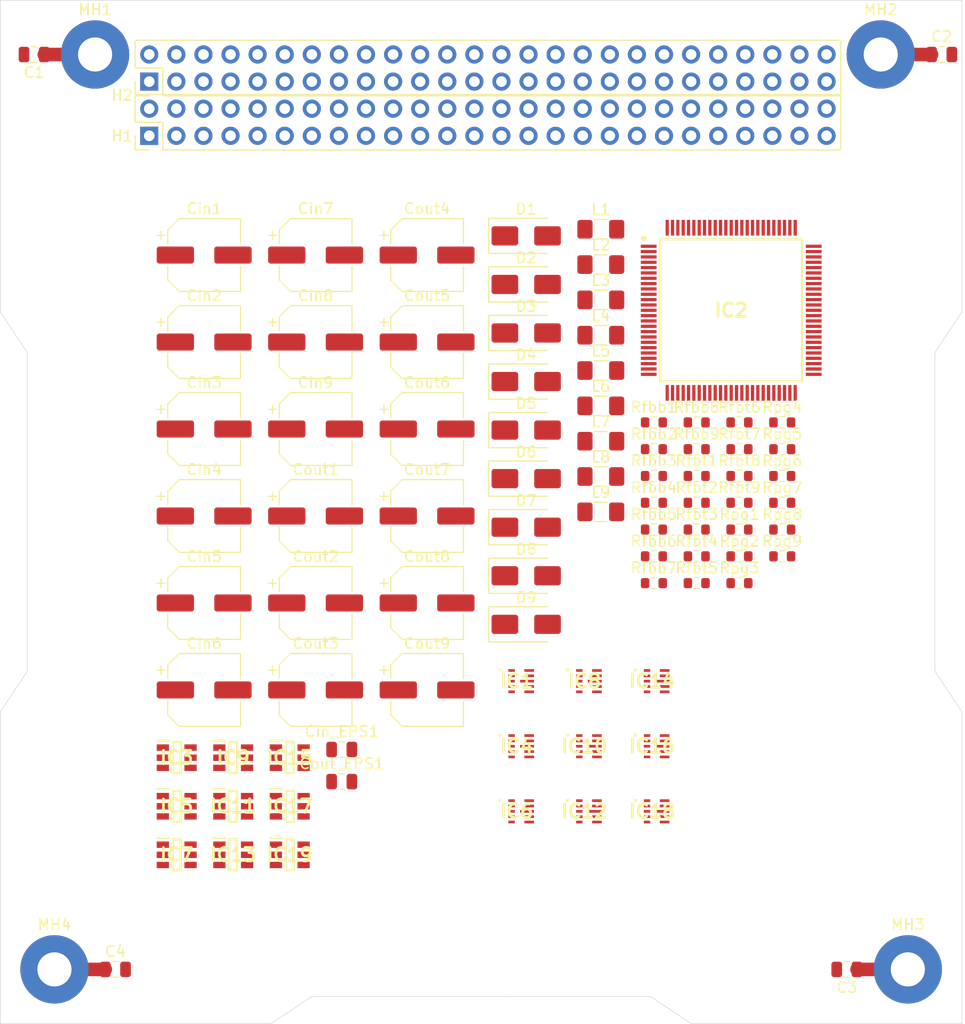
<source format=kicad_pcb>
(kicad_pcb (version 20241229) (generator "pcbnew") (generator_version "9.0")
  (layers (0 "F.Cu" signal) (2 "B.Cu" signal) (13 "F.Paste" user) (15 "B.Paste" user) (5 "F.SilkS" user "F.Silkscreen") (7 "B.SilkS" user "B.Silkscreen") (1 "F.Mask" user) (3 "B.Mask" user) (25 "Edge.Cuts" user))
  (net 0 "")
  (net 1 "GND")
  (net 2 "Net-(C1-Pad1)")
  (net 3 "Net-(C2-Pad1)")
  (net 4 "Net-(C3-Pad1)")
  (net 5 "Net-(C4-Pad1)")
  (net 6 "TX1{slash}GP1")
  (net 7 "RX2{slash}GP7")
  (net 8 "TX2{slash}GP8")
  (net 9 "GP15{slash}A1{slash}RX3")
  (net 10 "GP21{slash}A7{slash}RX5")
  (net 11 "CS{slash}GP10")
  (net 12 "CS{slash}GP37")
  (net 13 "CS{slash}GP36")
  (net 14 "SW1")
  (net 15 "SW2")
  (net 16 "SW3")
  (net 17 "SW4")
  (net 18 "SW5")
  (net 19 "SW6")
  (net 20 "SW7")
  (net 21 "SW8")
  (net 22 "SW9")
  (net 23 "SW10")
  (net 24 "SW11")
  (net 25 "SW12")
  (net 26 "PCM_IN")
  (net 27 "BCR_OUT")
  (net 28 "Vin_EPS")
  (net 29 "Net-(D2-A)")
  (net 30 "Vout_EPS")
  (net 31 "GP41{slash}A17")
  (net 32 "MISO1")
  (net 34 "RX1{slash}GP0")
  (net 35 "MISO0")
  (net 38 "GP32")
  (net 39 "SDA0")
  (net 40 "GP23{slash}A9")
  (net 41 "GP20{slash}A6{slash}TX5")
  (net 42 "CRX3{slash}GP30")
  (net 43 "5VIN")
  (net 45 "RX8{slash}GP34")
  (net 46 "MOSI0")
  (net 47 "RX7{slash}GP28")
  (net 48 "GP40{slash}A16")
  (net 49 "GP4")
  (net 50 "GP14{slash}A0{slash}TX3")
  (net 51 "SDA1")
  (net 54 "SCL1")
  (net 55 "SCL2")
  (net 56 "SCK1")
  (net 58 "SCL0")
  (net 59 "MOSI1")
  (net 60 "GP33")
  (net 62 "TX8{slash}GP35")
  (net 63 "SCK0")
  (net 64 "GP3")
  (net 65 "GP2")
  (net 66 "CTX3{slash}GP31")
  (net 67 "TX7{slash}GP29")
  (net 68 "GP9")
  (net 69 "GP39{slash}A15")
  (net 70 "SDA2")
  (net 71 "GP5")
  (net 72 "GP6")
  (net 73 "GP38{slash}A14")
  (net 74 "GP22{slash}A8")
  (net 78 "+3V3")
  (net 81 "+5V")
  (net 87 "+BATT")
  (net 100 "Net-(IC1-L1)")
  (net 101 "Net-(IC1-PG)")
  (net 102 "Net-(IC1-FB)")
  (net 103 "Net-(IC1-L2)")
  (net 187 "Net-(D2-K)")
  (net 188 "Net-(D1-A)")
  (net 189 "Net-(D3-A)")
  (net 190 "Net-(D4-A)")
  (net 191 "Net-(D5-A)")
  (net 192 "Net-(D6-A)")
  (net 193 "Net-(D7-A)")
  (net 194 "Net-(D8-A)")
  (net 195 "Net-(D9-A)")
  (net 196 "Net-(D1-K)")
  (net 197 "Net-(D3-K)")
  (net 198 "Net-(D4-K)")
  (net 199 "Net-(D5-K)")
  (net 200 "Net-(D6-K)")
  (net 201 "Net-(D7-K)")
  (net 202 "Net-(D8-K)")
  (net 203 "Net-(D9-K)")
  (net 204 "/FLAG_8")
  (net 205 "/FLAG_0")
  (net 206 "/EN_0")
  (net 207 "/EN_7")
  (net 208 "/FLAG_1")
  (net 209 "/EN_2")
  (net 210 "/FLAG_4")
  (net 211 "/EN_5")
  (net 212 "/EN_6")
  (net 213 "/EN_8")
  (net 214 "/FLAG_6")
  (net 215 "/EN_3")
  (net 216 "/EN_4")
  (net 217 "/FLAG_2")
  (net 218 "/FLAG_5")
  (net 219 "/FLAG_3")
  (net 220 "/FLAG_7")
  (net 221 "/EN_1")
  (net 222 "Net-(IC4-FB)")
  (net 223 "Net-(IC4-PG)")
  (net 224 "Net-(IC4-L1)")
  (net 225 "Net-(IC4-L2)")
  (net 227 "Net-(IC6-L1)")
  (net 228 "Net-(IC6-PG)")
  (net 229 "Net-(IC6-L2)")
  (net 230 "Net-(IC6-FB)")
  (net 232 "Net-(IC8-L1)")
  (net 233 "Net-(IC8-L2)")
  (net 234 "Net-(IC8-FB)")
  (net 235 "Net-(IC8-PG)")
  (net 237 "Net-(IC10-FB)")
  (net 238 "Net-(IC10-L2)")
  (net 239 "Net-(IC10-L1)")
  (net 240 "Net-(IC10-PG)")
  (net 242 "Net-(IC12-PG)")
  (net 243 "Net-(IC12-L1)")
  (net 244 "Net-(IC12-FB)")
  (net 245 "Net-(IC12-L2)")
  (net 247 "Net-(IC14-PG)")
  (net 248 "Net-(IC14-L2)")
  (net 249 "Net-(IC14-L1)")
  (net 250 "Net-(IC14-FB)")
  (net 252 "Net-(IC16-L1)")
  (net 253 "Net-(IC16-L2)")
  (net 254 "Net-(IC16-FB)")
  (net 255 "Net-(IC16-PG)")
  (net 257 "Net-(IC18-PG)")
  (net 258 "Net-(IC18-FB)")
  (net 259 "Net-(IC18-L1)")
  (net 260 "Net-(IC18-L2)")
  (footprint "Capacitor_SMD:C_0805_2012Metric" (layer "F.Cu") (at 104.775 55.885 180)
    (property "Reference" "C1")
    (property "Value" "0.1uF")
  )
  (footprint "Capacitor_SMD:C_0805_2012Metric" (layer "F.Cu") (at 189.865 55.885)
    (property "Reference" "C2")
    (property "Value" "0.1uF")
  )
  (footprint "Capacitor_SMD:C_0805_2012Metric" (layer "F.Cu") (at 180.975 141.61 180)
    (property "Reference" "C3")
    (property "Value" "0.1uF")
  )
  (footprint "Capacitor_SMD:C_0805_2012Metric" (layer "F.Cu") (at 112.395 141.61)
    (property "Reference" "C4")
    (property "Value" "0.1uF")
  )
  (footprint "Connector_PinHeader_2.54mm:PinHeader_2x26_P2.54mm_Vertical" (layer "F.Cu") (at 115.57 63.5 90)
    (property "Reference" "H1")
    (property "Value" "Stack Header")
  )
  (footprint "Connector_PinHeader_2.54mm:PinHeader_2x26_P2.54mm_Vertical" (layer "F.Cu") (at 115.57 58.42 90)
    (property "Reference" "H2")
    (property "Value" "Stack Header")
  )
  (footprint "MountingHole:MountingHole_3.2mm_M3_Pad" (layer "F.Cu") (at 110.49 55.88)
    (property "Reference" "MH1")
    (property "Value" "M3")
  )
  (footprint "MountingHole:MountingHole_3.2mm_M3_Pad" (layer "F.Cu") (at 184.15 55.88)
    (property "Reference" "MH2")
    (property "Value" "M3")
  )
  (footprint "MountingHole:MountingHole_3.2mm_M3_Pad" (layer "F.Cu") (at 186.69 141.61)
    (property "Reference" "MH3")
    (property "Value" "M3")
  )
  (footprint "MountingHole:MountingHole_3.2mm_M3_Pad" (layer "F.Cu") (at 106.68 141.61)
    (property "Reference" "MH4")
    (property "Value" "M3")
  )
  (footprint "SamacSys_Parts:TPS63802DLAT" (layer "F.Cu") (at 156.79 114.601)
    (property "Reference" "IC8")
    (property "Value" "TPS63802DLAT" (hide yes))
  )
  (footprint "Resistor_SMD:R_0603_1608Metric" (layer "F.Cu") (at 166.895 97.886)
    (property "Reference" "Rfbt2")
    (property "Value" "511000")
  )
  (footprint "micro:SOT95P280X100-6N" (layer "F.Cu") (at 123.44 126.326)
    (property "Reference" "IC11")
    (property "Value" "MP62551DJ-LF-Z" (hide yes))
  )
  (footprint "Capacitor_SMD:CP_Elec_6.3x4.5" (layer "F.Cu") (at 120.715 90.976)
    (property "Reference" "Cin3")
    (property "Value" "22uF")
  )
  (footprint "Inductor_SMD:L_1206_3216Metric_Pad1.42x1.75mm_HandSolder" (layer "F.Cu") (at 157.905 88.806)
    (property "Reference" "L6")
    (property "Value" "470nH")
  )
  (footprint "Resistor_SMD:R_0603_1608Metric" (layer "F.Cu") (at 170.905 90.356)
    (property "Reference" "Rfbt6")
    (property "Value" "511000")
  )
  (footprint "Resistor_SMD:R_0603_1608Metric" (layer "F.Cu") (at 162.885 90.356)
    (property "Reference" "Rfbb1")
    (property "Value" "91000")
  )
  (footprint "SamacSys_Parts:TPS63802DLAT" (layer "F.Cu") (at 150.44 114.601)
    (property "Reference" "IC1")
    (property "Value" "TPS63802DLAT" (hide yes))
  )
  (footprint "SamacSys_Parts:TPS63802DLAT" (layer "F.Cu") (at 163.14 120.701)
    (property "Reference" "IC16")
    (property "Value" "TPS63802DLAT" (hide yes))
  )
  (footprint "Resistor_SMD:R_0603_1608Metric" (layer "F.Cu") (at 170.905 105.416)
    (property "Reference" "Rpg3")
    (property "Value" "100000")
  )
  (footprint "Resistor_SMD:R_0603_1608Metric" (layer "F.Cu") (at 162.885 92.866)
    (property "Reference" "Rfbb2")
    (property "Value" "91000")
  )
  (footprint "Capacitor_SMD:CP_Elec_6.3x4.5" (layer "F.Cu") (at 141.615 107.276)
    (property "Reference" "Cout8")
    (property "Value" "22uF")
  )
  (footprint "micro:SOT95P280X100-6N" (layer "F.Cu") (at 118.14 121.776)
    (property "Reference" "IC3")
    (property "Value" "MP62551DJ-LF-Z" (hide yes))
  )
  (footprint "micro:SOT95P280X100-6N" (layer "F.Cu") (at 128.74 130.876)
    (property "Reference" "IC19")
    (property "Value" "MP62551DJ-LF-Z" (hide yes))
  )
  (footprint "Diode_SMD:D_SMA" (layer "F.Cu") (at 150.91 91.076)
    (property "Reference" "D5")
    (property "Value" "SS14")
  )
  (footprint "Diode_SMD:D_SMA" (layer "F.Cu") (at 150.91 81.976)
    (property "Reference" "D3")
    (property "Value" "SS14")
  )
  (footprint "Capacitor_SMD:CP_Elec_6.3x4.5" (layer "F.Cu") (at 131.165 115.426)
    (property "Reference" "Cout3")
    (property "Value" "22uF")
  )
  (footprint "Diode_SMD:D_SMA" (layer "F.Cu") (at 150.91 104.726)
    (property "Reference" "D8")
    (property "Value" "SS14")
  )
  (footprint "Resistor_SMD:R_0603_1608Metric" (layer "F.Cu") (at 162.885 105.416)
    (property "Reference" "Rfbb7")
    (property "Value" "91000")
  )
  (footprint "Inductor_SMD:L_1206_3216Metric_Pad1.42x1.75mm_HandSolder" (layer "F.Cu") (at 157.905 75.566)
    (property "Reference" "L2")
    (property "Value" "470nH")
  )
  (footprint "Resistor_SMD:R_0603_1608Metric" (layer "F.Cu") (at 174.915 97.886)
    (property "Reference" "Rpg7")
    (property "Value" "100000")
  )
  (footprint "Diode_SMD:D_SMA" (layer "F.Cu") (at 150.91 77.426)
    (property "Reference" "D2")
    (property "Value" "SS14")
  )
  (footprint "Capacitor_SMD:CP_Elec_6.3x4.5" (layer "F.Cu") (at 131.165 82.826)
    (property "Reference" "Cin8")
    (property "Value" "22uF")
  )
  (footprint "Resistor_SMD:R_0603_1608Metric" (layer "F.Cu") (at 162.885 100.396)
    (property "Reference" "Rfbb5")
    (property "Value" "91000")
  )
  (footprint "Resistor_SMD:R_0603_1608Metric" (layer "F.Cu") (at 166.895 102.906)
    (property "Reference" "Rfbt4")
    (property "Value" "511000")
  )
  (footprint "Resistor_SMD:R_0603_1608Metric" (layer "F.Cu") (at 174.915 92.866)
    (property "Reference" "Rpg5")
    (property "Value" "100000")
  )
  (footprint "Resistor_SMD:R_0603_1608Metric" (layer "F.Cu") (at 166.895 90.356)
    (property "Reference" "Rfbb8")
    (property "Value" "91000")
  )
  (footprint "Capacitor_SMD:CP_Elec_6.3x4.5" (layer "F.Cu") (at 120.715 99.126)
    (property "Reference" "Cin4")
    (property "Value" "22uF")
  )
  (footprint "Capacitor_SMD:CP_Elec_6.3x4.5" (layer "F.Cu") (at 141.615 82.826)
    (property "Reference" "Cout5")
    (property "Value" "22uF")
  )
  (footprint "SamacSys_Parts:TPS63802DLAT" (layer "F.Cu") (at 150.44 120.701)
    (property "Reference" "IC4")
    (property "Value" "TPS63802DLAT" (hide yes))
  )
  (footprint "Capacitor_SMD:CP_Elec_6.3x4.5" (layer "F.Cu") (at 131.165 99.126)
    (property "Reference" "Cout1")
    (property "Value" "22uF")
  )
  (footprint "micro:SOT95P280X100-6N" (layer "F.Cu") (at 123.44 121.776)
    (property "Reference" "IC9")
    (property "Value" "MP62551DJ-LF-Z" (hide yes))
  )
  (footprint "SamacSys_Parts:TPS63802DLAT" (layer "F.Cu") (at 156.79 126.801)
    (property "Reference" "IC12")
    (property "Value" "TPS63802DLAT" (hide yes))
  )
  (footprint "SamacSys_Parts:TPS63802DLAT" (layer "F.Cu") (at 150.44 126.801)
    (property "Reference" "IC6")
    (property "Value" "TPS63802DLAT" (hide yes))
  )
  (footprint "Resistor_SMD:R_0603_1608Metric" (layer "F.Cu") (at 174.915 102.906)
    (property "Reference" "Rpg9")
    (property "Value" "100000")
  )
  (footprint "Resistor_SMD:R_0603_1608Metric" (layer "F.Cu") (at 166.895 105.416)
    (property "Reference" "Rfbt5")
    (property "Value" "511000")
  )
  (footprint "micro:SOT95P280X100-6N" (layer "F.Cu") (at 123.44 130.876)
    (property "Reference" "IC13")
    (property "Value" "MP62551DJ-LF-Z" (hide yes))
  )
  (footprint "SamacSys_Parts:TPS63802DLAT" (layer "F.Cu") (at 163.14 114.601)
    (property "Reference" "IC14")
    (property "Value" "TPS63802DLAT" (hide yes))
  )
  (footprint "Resistor_SMD:R_0603_1608Metric" (layer "F.Cu") (at 162.885 95.376)
    (property "Reference" "Rfbb3")
    (property "Value" "91000")
  )
  (footprint "Capacitor_SMD:CP_Elec_6.3x4.5" (layer "F.Cu") (at 120.715 82.826)
    (property "Reference" "Cin2")
    (property "Value" "22uF")
  )
  (footprint "micro:SOT95P280X100-6N" (layer "F.Cu") (at 118.14 126.326)
    (property "Reference" "IC5")
    (property "Value" "MP62551DJ-LF-Z" (hide yes))
  )
  (footprint "Diode_SMD:D_SMA" (layer "F.Cu") (at 150.91 72.876)
    (property "Reference" "D1")
    (property "Value" "SS14")
  )
  (footprint "Inductor_SMD:L_1206_3216Metric_Pad1.42x1.75mm_HandSolder" (layer "F.Cu") (at 157.905 78.876)
    (property "Reference" "L3")
    (property "Value" "470nH")
  )
  (footprint "Capacitor_SMD:CP_Elec_6.3x4.5" (layer "F.Cu") (at 131.165 74.676)
    (property "Reference" "Cin7")
    (property "Value" "22uF")
  )
  (footprint "Diode_SMD:D_SMA" (layer "F.Cu") (at 150.91 86.526)
    (property "Reference" "D4")
    (property "Value" "SS14")
  )
  (footprint "Resistor_SMD:R_0603_1608Metric" (layer "F.Cu") (at 162.885 97.886)
    (property "Reference" "Rfbb4")
    (property "Value" "91000")
  )
  (footprint "Resistor_SMD:R_0603_1608Metric" (layer "F.Cu") (at 162.885 102.906)
    (property "Reference" "Rfbb6")
    (property "Value" "91000")
  )
  (footprint "micro:SOT95P280X100-6N" (layer "F.Cu") (at 128.74 126.326)
    (property "Reference" "IC17")
    (property "Value" "MP62551DJ-LF-Z" (hide yes))
  )
  (footprint "Resistor_SMD:R_0603_1608Metric" (layer "F.Cu") (at 170.905 97.886)
    (property "Reference" "Rfbt9")
    (property "Value" "511000")
  )
  (footprint "Capacitor_SMD:C_0805_2012Metric" (layer "F.Cu") (at 133.615 121.006)
    (property "Reference" "Cin_EPS1")
    (property "Value" "10uF")
  )
  (footprint "Diode_SMD:D_SMA" (layer "F.Cu") (at 150.91 95.626)
    (property "Reference" "D6")
    (property "Value" "SS14")
  )
  (footprint "SamacSys_Parts:TPS63802DLAT" (layer "F.Cu") (at 156.79 120.701)
    (property "Reference" "IC10")
    (property "Value" "TPS63802DLAT" (hide yes))
  )
  (footprint "Capacitor_SMD:CP_Elec_6.3x4.5" (layer "F.Cu") (at 120.715 107.276)
    (property "Reference" "Cin5")
    (property "Value" "22uF")
  )
  (footprint "micro:QFP50P1600X1600X160-100N" (layer "F.Cu") (at 170.13 79.851)
    (property "Reference" "IC2")
    (property "Value" "STM32G474VET6" (hide yes))
  )
  (footprint "Capacitor_SMD:CP_Elec_6.3x4.5" (layer "F.Cu") (at 141.615 99.126)
    (property "Reference" "Cout7")
    (property "Value" "22uF")
  )
  (footprint "Inductor_SMD:L_1206_3216Metric_Pad1.42x1.75mm_HandSolder" (layer "F.Cu") (at 157.905 92.116)
    (property "Reference" "L7")
    (property "Value" "470nH")
  )
  (footprint "Resistor_SMD:R_0603_1608Metric" (layer "F.Cu") (at 170.905 95.376)
    (property "Reference" "Rfbt8")
    (property "Value" "511000")
  )
  (footprint "Resistor_SMD:R_0603_1608Metric" (layer "F.Cu") (at 166.895 95.376)
    (property "Reference" "Rfbt1")
    (property "Value" "511000")
  )
  (footprint "Capacitor_SMD:CP_Elec_6.3x4.5" (layer "F.Cu") (at 120.715 74.676)
    (property "Reference" "Cin1")
    (property "Value" "22uF")
  )
  (footprint "Diode_SMD:D_SMA" (layer "F.Cu") (at 150.91 109.276)
    (property "Reference" "D9")
    (property "Value" "SS14")
  )
  (footprint "Capacitor_SMD:CP_Elec_6.3x4.5" (layer "F.Cu") (at 120.715 115.426)
    (property "Reference" "Cin6")
    (property "Value" "22uF")
  )
  (footprint "Resistor_SMD:R_0603_1608Metric" (layer "F.Cu") (at 170.905 102.906)
    (property "Reference" "Rpg2")
    (property "Value" "100000")
  )
  (footprint "Capacitor_SMD:C_0805_2012Metric" (layer "F.Cu") (at 133.615 124.016)
    (property "Reference" "Cout_EPS1")
    (property "Value" "10uF")
  )
  (footprint "Inductor_SMD:L_1206_3216Metric_Pad1.42x1.75mm_HandSolder" (layer "F.Cu") (at 157.905 72.256)
    (property "Reference" "L1")
    (property "Value" "470nH")
  )
  (footprint "Resistor_SMD:R_0603_1608Metric" (layer "F.Cu") (at 170.905 100.396)
    (property "Reference" "Rpg1")
    (property "Value" "100000")
  )
  (footprint "Inductor_SMD:L_1206_3216Metric_Pad1.42x1.75mm_HandSolder" (layer "F.Cu") (at 157.905 98.736)
    (property "Reference" "L9")
    (property "Value" "470nH")
  )
  (footprint "Resistor_SMD:R_0603_1608Metric" (layer "F.Cu") (at 170.905 92.866)
    (property "Reference" "Rfbt7")
    (property "Value" "511000")
  )
  (footprint "Resistor_SMD:R_0603_1608Metric" (layer "F.Cu") (at 174.915 90.356)
    (property "Reference" "Rpg4")
    (property "Value" "100000")
  )
  (footprint "Inductor_SMD:L_1206_3216Metric_Pad1.42x1.75mm_HandSolder" (layer "F.Cu") (at 157.905 82.186)
    (property "Reference" "L4")
    (property "Value" "470nH")
  )
  (footprint "Capacitor_SMD:CP_Elec_6.3x4.5" (layer "F.Cu") (at 141.615 74.676)
    (property "Reference" "Cout4")
    (property "Value" "22uF")
  )
  (footprint "micro:SOT95P280X100-6N" (layer "F.Cu") (at 128.74 121.776)
    (property "Reference" "IC15")
    (property "Value" "MP62551DJ-LF-Z" (hide yes))
  )
  (footprint "Diode_SMD:D_SMA" (layer "F.Cu") (at 150.91 100.176)
    (property "Reference" "D7")
    (property "Value" "SS14")
  )
  (footprint "Capacitor_SMD:CP_Elec_6.3x4.5" (layer "F.Cu") (at 131.165 90.976)
    (property "Reference" "Cin9")
    (property "Value" "22uF")
  )
  (footprint "Capacitor_SMD:CP_Elec_6.3x4.5" (layer "F.Cu") (at 141.615 115.426)
    (property "Reference" "Cout9")
    (property "Value" "22uF")
  )
  (footprint "SamacSys_Parts:TPS63802DLAT" (layer "F.Cu") (at 163.14 126.801)
    (property "Reference" "IC18")
    (property "Value" "TPS63802DLAT" (hide yes))
  )
  (footprint "Capacitor_SMD:CP_Elec_6.3x4.5" (layer "F.Cu") (at 141.615 90.976)
    (property "Reference" "Cout6")
    (property "Value" "22uF")
  )
  (footprint "Resistor_SMD:R_0603_1608Metric" (layer "F.Cu") (at 166.895 92.866)
    (property "Reference" "Rfbb9")
    (property "Value" "91000")
  )
  (footprint "Resistor_SMD:R_0603_1608Metric" (layer "F.Cu") (at 166.895 100.396)
    (property "Reference" "Rfbt3")
    (property "Value" "511000")
  )
  (footprint "Resistor_SMD:R_0603_1608Metric" (layer "F.Cu") (at 174.915 95.376)
    (property "Reference" "Rpg6")
    (property "Value" "100000")
  )
  (footprint "micro:SOT95P280X100-6N" (layer "F.Cu") (at 118.14 130.876)
    (property "Reference" "IC7")
    (property "Value" "MP62551DJ-LF-Z" (hide yes))
  )
  (footprint "Inductor_SMD:L_1206_3216Metric_Pad1.42x1.75mm_HandSolder" (layer "F.Cu") (at 157.905 85.496)
    (property "Reference" "L5")
    (property "Value" "470nH")
  )
  (footprint "Resistor_SMD:R_0603_1608Metric" (layer "F.Cu") (at 174.915 100.396)
    (property "Reference" "Rpg8")
    (property "Value" "100000")
  )
  (footprint "Capacitor_SMD:CP_Elec_6.3x4.5" (layer "F.Cu") (at 131.165 107.276)
    (property "Reference" "Cout2")
    (property "Value" "22uF")
  )
  (footprint "Inductor_SMD:L_1206_3216Metric_Pad1.42x1.75mm_HandSolder" (layer "F.Cu") (at 157.905 95.426)
    (property "Reference" "L8")
    (property "Value" "470nH")
  )
  (gr_line (start 191.77 146.69) (end 166.37 146.69) (stroke (width 0.05)) (layer "Edge.Cuts"))
  (gr_line (start 127 146.69) (end 130.81 144.15) (stroke (width 0.05)) (layer "Edge.Cuts"))
  (gr_line (start 104.14 83.82) (end 104.14 113.67) (stroke (width 0.05)) (layer "Edge.Cuts"))
  (gr_line (start 191.77 117.48) (end 191.77 146.69) (stroke (width 0.05)) (layer "Edge.Cuts"))
  (gr_line (start 101.6 80.01) (end 101.6 50.8) (stroke (width 0.05)) (layer "Edge.Cuts"))
  (gr_line (start 191.77 80.01) (end 191.77 50.8) (stroke (width 0.05)) (layer "Edge.Cuts"))
  (gr_line (start 101.6 80.01) (end 104.14 83.82) (stroke (width 0.05)) (layer "Edge.Cuts"))
  (gr_line (start 191.77 117.48) (end 189.23 113.67) (stroke (width 0.05)) (layer "Edge.Cuts"))
  (gr_line (start 189.23 113.67) (end 189.23 83.82) (stroke (width 0.05)) (layer "Edge.Cuts"))
  (gr_line (start 130.81 144.145) (end 162.56 144.15) (stroke (width 0.05)) (layer "Edge.Cuts"))
  (gr_line (start 104.14 113.67) (end 101.6 117.48) (stroke (width 0.05)) (layer "Edge.Cuts"))
  (gr_line (start 189.23 83.82) (end 191.77 80.01) (stroke (width 0.05)) (layer "Edge.Cuts"))
  (gr_line (start 162.56 144.15) (end 166.37 146.69) (stroke (width 0.05)) (layer "Edge.Cuts"))
  (gr_line (start 101.6 50.8) (end 191.77 50.8) (stroke (width 0.05)) (layer "Edge.Cuts"))
  (gr_line (start 101.6 146.69) (end 127 146.69) (stroke (width 0.05)) (layer "Edge.Cuts"))
  (gr_line (start 101.6 117.48) (end 101.6 146.69) (stroke (width 0.05)) (layer "Edge.Cuts"))
  (segment (start 110.485 55.885) (end 110.49 55.88) (width 1.27) (layer "F.Cu") (net 2))
  (segment (start 105.725 55.885) (end 110.485 55.885) (width 1.27) (layer "F.Cu") (net 2))
  (segment (start 188.915 55.885) (end 184.155 55.885) (width 1.27) (layer "F.Cu") (net 3))
  (segment (start 184.155 55.885) (end 184.15 55.88) (width 1.27) (layer "F.Cu") (net 3))
  (segment (start 181.925 141.61) (end 186.69 141.61) (width 1.27) (layer "F.Cu") (net 4))
  (segment (start 111.445 141.61) (end 106.68 141.61) (width 1.27) (layer "F.Cu") (net 5))
)
</source>
